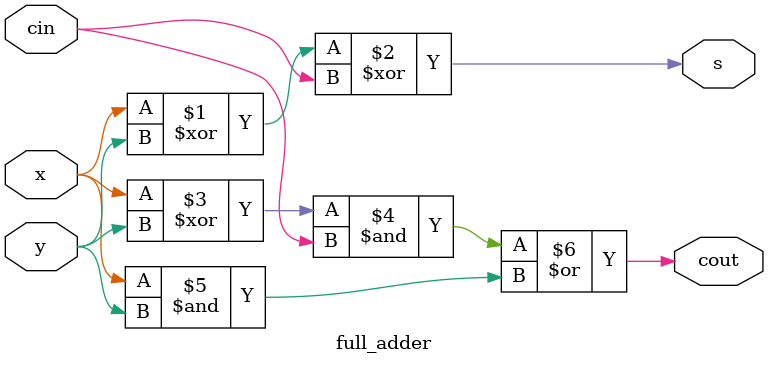
<source format=v>
module full_adder(x, y, cin, s, cout);
    input x,y,cin;
    output wire s, cout;
    assign s = x ^ y ^ cin;
    assign cout = ((x^y)&cin)|(x&y);

endmodule

</source>
